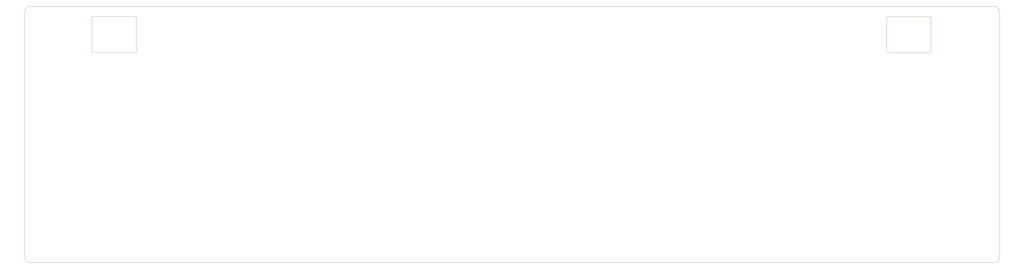
<source format=gbr>
%TF.GenerationSoftware,KiCad,Pcbnew,(5.1.9)-1*%
%TF.CreationDate,2021-05-06T09:00:53-07:00*%
%TF.ProjectId,USKB Final,55534b42-2046-4696-9e61-6c2e6b696361,rev?*%
%TF.SameCoordinates,Original*%
%TF.FileFunction,Other,User*%
%FSLAX46Y46*%
G04 Gerber Fmt 4.6, Leading zero omitted, Abs format (unit mm)*
G04 Created by KiCad (PCBNEW (5.1.9)-1) date 2021-05-06 09:00:53*
%MOMM*%
%LPD*%
G01*
G04 APERTURE LIST*
%TA.AperFunction,Profile*%
%ADD10C,0.050000*%
%TD*%
%ADD11C,0.050000*%
G04 APERTURE END LIST*
D10*
X19050000Y-25400000D02*
X400050000Y-25400000D01*
X19050000Y-127000000D02*
X19843750Y-127000000D01*
X19050000Y-127000000D02*
G75*
G02*
X16668750Y-124618750I0J2381250D01*
G01*
X16668750Y-27781250D02*
X16668750Y-124618750D01*
X16668750Y-27781250D02*
G75*
G02*
X19050000Y-25400000I2381250J0D01*
G01*
X400050000Y-127000000D02*
X19843750Y-127000000D01*
X402431250Y-124618750D02*
G75*
G02*
X400050000Y-127000000I-2381250J0D01*
G01*
X402431250Y-27781250D02*
X402431250Y-124618750D01*
X400050000Y-25400000D02*
G75*
G02*
X402431250Y-27781250I0J-2381250D01*
G01*
D11*
%TO.C,ENC1*%
X357687750Y-29531250D02*
X375187750Y-29531250D01*
X357687750Y-29531250D02*
X357687750Y-43731250D01*
X375187750Y-43731250D02*
X375187750Y-29531250D01*
X375187750Y-43731250D02*
X357687750Y-43731250D01*
%TO.C,L_ENC1*%
X43331000Y-29436000D02*
X60831000Y-29436000D01*
X43331000Y-29436000D02*
X43331000Y-43636000D01*
X60831000Y-43636000D02*
X60831000Y-29436000D01*
X60831000Y-43636000D02*
X43331000Y-43636000D01*
%TD*%
M02*

</source>
